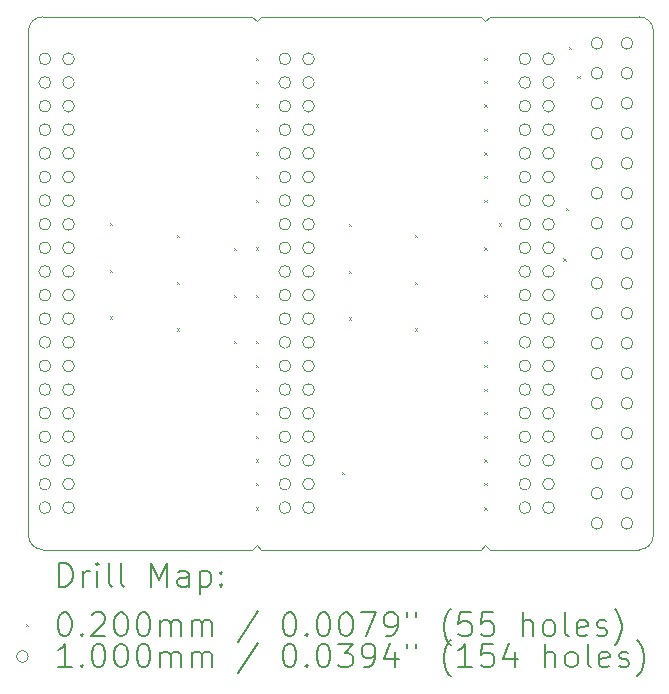
<source format=gbr>
%TF.GenerationSoftware,KiCad,Pcbnew,8.0.6*%
%TF.CreationDate,2024-11-07T15:03:02-05:00*%
%TF.ProjectId,SLI Interconnect PCB,534c4920-496e-4746-9572-636f6e6e6563,1.0*%
%TF.SameCoordinates,Original*%
%TF.FileFunction,Drillmap*%
%TF.FilePolarity,Positive*%
%FSLAX45Y45*%
G04 Gerber Fmt 4.5, Leading zero omitted, Abs format (unit mm)*
G04 Created by KiCad (PCBNEW 8.0.6) date 2024-11-07 15:03:02*
%MOMM*%
%LPD*%
G01*
G04 APERTURE LIST*
%ADD10C,0.020000*%
%ADD11C,0.200000*%
%ADD12C,0.100000*%
G04 APERTURE END LIST*
D10*
X17155000Y-12209000D02*
X17155000Y-7938000D01*
X15694000Y-7818000D02*
X13837000Y-7818000D01*
X11984000Y-7818000D02*
X13759000Y-7818000D01*
X13798000Y-7857000D02*
X13837000Y-7818000D01*
X15733000Y-7857000D02*
X15772000Y-7818000D01*
X13797997Y-12289975D02*
X13836997Y-12328975D01*
X15694000Y-12328975D02*
X13837000Y-12328975D01*
X15772000Y-7818000D02*
X17035000Y-7818000D01*
X11983972Y-12328972D02*
G75*
G02*
X11863991Y-12209000I-4J119976D01*
G01*
X15733000Y-7857000D02*
X15694000Y-7818000D01*
X17154997Y-12209004D02*
G75*
G02*
X17035026Y-12328975I-119970J-2D01*
G01*
X15732997Y-12289975D02*
X15771997Y-12328975D01*
X13798000Y-7857000D02*
X13759001Y-7818001D01*
X11864000Y-7937972D02*
G75*
G02*
X11983972Y-7818000I119970J2D01*
G01*
X17035028Y-7818000D02*
G75*
G02*
X17155000Y-7937972I2J-119970D01*
G01*
X15732997Y-12289975D02*
X15693997Y-12328975D01*
X11983997Y-12328975D02*
X13759000Y-12328975D01*
X11864000Y-12209000D02*
X11864000Y-7938000D01*
X15772000Y-12328975D02*
X17034997Y-12328975D01*
X13797997Y-12289975D02*
X13758997Y-12328975D01*
D11*
D12*
X12551000Y-9562000D02*
X12571000Y-9582000D01*
X12571000Y-9562000D02*
X12551000Y-9582000D01*
X12551000Y-9962000D02*
X12571000Y-9982000D01*
X12571000Y-9962000D02*
X12551000Y-9982000D01*
X12551000Y-10354000D02*
X12571000Y-10374000D01*
X12571000Y-10354000D02*
X12551000Y-10374000D01*
X13119000Y-9663000D02*
X13139000Y-9683000D01*
X13139000Y-9663000D02*
X13119000Y-9683000D01*
X13119000Y-10063000D02*
X13139000Y-10083000D01*
X13139000Y-10063000D02*
X13119000Y-10083000D01*
X13119000Y-10455000D02*
X13139000Y-10475000D01*
X13139000Y-10455000D02*
X13119000Y-10475000D01*
X13603000Y-9772000D02*
X13623000Y-9792000D01*
X13623000Y-9772000D02*
X13603000Y-9792000D01*
X13603000Y-10172000D02*
X13623000Y-10192000D01*
X13623000Y-10172000D02*
X13603000Y-10192000D01*
X13603000Y-10564000D02*
X13623000Y-10584000D01*
X13623000Y-10564000D02*
X13603000Y-10584000D01*
X13788000Y-8164000D02*
X13808000Y-8184000D01*
X13808000Y-8164000D02*
X13788000Y-8184000D01*
X13788000Y-8362000D02*
X13808000Y-8382000D01*
X13808000Y-8362000D02*
X13788000Y-8382000D01*
X13788000Y-8560000D02*
X13808000Y-8580000D01*
X13808000Y-8560000D02*
X13788000Y-8580000D01*
X13788000Y-8765000D02*
X13808000Y-8785000D01*
X13808000Y-8765000D02*
X13788000Y-8785000D01*
X13788000Y-8966000D02*
X13808000Y-8986000D01*
X13808000Y-8966000D02*
X13788000Y-8986000D01*
X13788000Y-9167000D02*
X13808000Y-9187000D01*
X13808000Y-9167000D02*
X13788000Y-9187000D01*
X13788000Y-9365000D02*
X13808000Y-9385000D01*
X13808000Y-9365000D02*
X13788000Y-9385000D01*
X13788000Y-9771000D02*
X13808000Y-9791000D01*
X13808000Y-9771000D02*
X13788000Y-9791000D01*
X13788000Y-10171000D02*
X13808000Y-10191000D01*
X13808000Y-10171000D02*
X13788000Y-10191000D01*
X13788000Y-10563000D02*
X13808000Y-10583000D01*
X13808000Y-10563000D02*
X13788000Y-10583000D01*
X13788000Y-10766000D02*
X13808000Y-10786000D01*
X13808000Y-10766000D02*
X13788000Y-10786000D01*
X13788000Y-10967000D02*
X13808000Y-10987000D01*
X13808000Y-10967000D02*
X13788000Y-10987000D01*
X13788000Y-11163000D02*
X13808000Y-11183000D01*
X13808000Y-11163000D02*
X13788000Y-11183000D01*
X13788000Y-11368000D02*
X13808000Y-11388000D01*
X13808000Y-11368000D02*
X13788000Y-11388000D01*
X13788000Y-11566000D02*
X13808000Y-11586000D01*
X13808000Y-11566000D02*
X13788000Y-11586000D01*
X13788000Y-11763000D02*
X13808000Y-11783000D01*
X13808000Y-11763000D02*
X13788000Y-11783000D01*
X13788000Y-11970000D02*
X13808000Y-11990000D01*
X13808000Y-11970000D02*
X13788000Y-11990000D01*
X14517000Y-11670500D02*
X14537000Y-11690500D01*
X14537000Y-11670500D02*
X14517000Y-11690500D01*
X14578000Y-9569000D02*
X14598000Y-9589000D01*
X14598000Y-9569000D02*
X14578000Y-9589000D01*
X14578000Y-9969000D02*
X14598000Y-9989000D01*
X14598000Y-9969000D02*
X14578000Y-9989000D01*
X14578000Y-10361000D02*
X14598000Y-10381000D01*
X14598000Y-10361000D02*
X14578000Y-10381000D01*
X15136000Y-9664000D02*
X15156000Y-9684000D01*
X15156000Y-9664000D02*
X15136000Y-9684000D01*
X15136000Y-10064000D02*
X15156000Y-10084000D01*
X15156000Y-10064000D02*
X15136000Y-10084000D01*
X15136000Y-10456000D02*
X15156000Y-10476000D01*
X15156000Y-10456000D02*
X15136000Y-10476000D01*
X15723000Y-8164000D02*
X15743000Y-8184000D01*
X15743000Y-8164000D02*
X15723000Y-8184000D01*
X15723000Y-8362000D02*
X15743000Y-8382000D01*
X15743000Y-8362000D02*
X15723000Y-8382000D01*
X15723000Y-8560000D02*
X15743000Y-8580000D01*
X15743000Y-8560000D02*
X15723000Y-8580000D01*
X15723000Y-8765000D02*
X15743000Y-8785000D01*
X15743000Y-8765000D02*
X15723000Y-8785000D01*
X15723000Y-8966000D02*
X15743000Y-8986000D01*
X15743000Y-8966000D02*
X15723000Y-8986000D01*
X15723000Y-9167000D02*
X15743000Y-9187000D01*
X15743000Y-9167000D02*
X15723000Y-9187000D01*
X15723000Y-9365000D02*
X15743000Y-9385000D01*
X15743000Y-9365000D02*
X15723000Y-9385000D01*
X15723000Y-9771000D02*
X15743000Y-9791000D01*
X15743000Y-9771000D02*
X15723000Y-9791000D01*
X15723000Y-10171000D02*
X15743000Y-10191000D01*
X15743000Y-10171000D02*
X15723000Y-10191000D01*
X15723000Y-10563000D02*
X15743000Y-10583000D01*
X15743000Y-10563000D02*
X15723000Y-10583000D01*
X15723000Y-10766000D02*
X15743000Y-10786000D01*
X15743000Y-10766000D02*
X15723000Y-10786000D01*
X15723000Y-10967000D02*
X15743000Y-10987000D01*
X15743000Y-10967000D02*
X15723000Y-10987000D01*
X15723000Y-11163000D02*
X15743000Y-11183000D01*
X15743000Y-11163000D02*
X15723000Y-11183000D01*
X15723000Y-11368000D02*
X15743000Y-11388000D01*
X15743000Y-11368000D02*
X15723000Y-11388000D01*
X15723000Y-11566000D02*
X15743000Y-11586000D01*
X15743000Y-11566000D02*
X15723000Y-11586000D01*
X15723000Y-11763000D02*
X15743000Y-11783000D01*
X15743000Y-11763000D02*
X15723000Y-11783000D01*
X15723000Y-11970000D02*
X15743000Y-11990000D01*
X15743000Y-11970000D02*
X15723000Y-11990000D01*
X15849000Y-9565000D02*
X15869000Y-9585000D01*
X15869000Y-9565000D02*
X15849000Y-9585000D01*
X16391000Y-9863000D02*
X16411000Y-9883000D01*
X16411000Y-9863000D02*
X16391000Y-9883000D01*
X16415000Y-9435000D02*
X16435000Y-9455000D01*
X16435000Y-9435000D02*
X16415000Y-9455000D01*
X16440000Y-8071000D02*
X16460000Y-8091000D01*
X16460000Y-8071000D02*
X16440000Y-8091000D01*
X16511000Y-8319000D02*
X16531000Y-8339000D01*
X16531000Y-8319000D02*
X16511000Y-8339000D01*
X12053000Y-8174000D02*
G75*
G02*
X11953000Y-8174000I-50000J0D01*
G01*
X11953000Y-8174000D02*
G75*
G02*
X12053000Y-8174000I50000J0D01*
G01*
X12053000Y-8374000D02*
G75*
G02*
X11953000Y-8374000I-50000J0D01*
G01*
X11953000Y-8374000D02*
G75*
G02*
X12053000Y-8374000I50000J0D01*
G01*
X12053000Y-8574000D02*
G75*
G02*
X11953000Y-8574000I-50000J0D01*
G01*
X11953000Y-8574000D02*
G75*
G02*
X12053000Y-8574000I50000J0D01*
G01*
X12053000Y-8774000D02*
G75*
G02*
X11953000Y-8774000I-50000J0D01*
G01*
X11953000Y-8774000D02*
G75*
G02*
X12053000Y-8774000I50000J0D01*
G01*
X12053000Y-8974000D02*
G75*
G02*
X11953000Y-8974000I-50000J0D01*
G01*
X11953000Y-8974000D02*
G75*
G02*
X12053000Y-8974000I50000J0D01*
G01*
X12053000Y-9174000D02*
G75*
G02*
X11953000Y-9174000I-50000J0D01*
G01*
X11953000Y-9174000D02*
G75*
G02*
X12053000Y-9174000I50000J0D01*
G01*
X12053000Y-9374000D02*
G75*
G02*
X11953000Y-9374000I-50000J0D01*
G01*
X11953000Y-9374000D02*
G75*
G02*
X12053000Y-9374000I50000J0D01*
G01*
X12053000Y-9574000D02*
G75*
G02*
X11953000Y-9574000I-50000J0D01*
G01*
X11953000Y-9574000D02*
G75*
G02*
X12053000Y-9574000I50000J0D01*
G01*
X12053000Y-9774000D02*
G75*
G02*
X11953000Y-9774000I-50000J0D01*
G01*
X11953000Y-9774000D02*
G75*
G02*
X12053000Y-9774000I50000J0D01*
G01*
X12053000Y-9974000D02*
G75*
G02*
X11953000Y-9974000I-50000J0D01*
G01*
X11953000Y-9974000D02*
G75*
G02*
X12053000Y-9974000I50000J0D01*
G01*
X12053000Y-10174000D02*
G75*
G02*
X11953000Y-10174000I-50000J0D01*
G01*
X11953000Y-10174000D02*
G75*
G02*
X12053000Y-10174000I50000J0D01*
G01*
X12053000Y-10374000D02*
G75*
G02*
X11953000Y-10374000I-50000J0D01*
G01*
X11953000Y-10374000D02*
G75*
G02*
X12053000Y-10374000I50000J0D01*
G01*
X12053000Y-10574000D02*
G75*
G02*
X11953000Y-10574000I-50000J0D01*
G01*
X11953000Y-10574000D02*
G75*
G02*
X12053000Y-10574000I50000J0D01*
G01*
X12053000Y-10774000D02*
G75*
G02*
X11953000Y-10774000I-50000J0D01*
G01*
X11953000Y-10774000D02*
G75*
G02*
X12053000Y-10774000I50000J0D01*
G01*
X12053000Y-10974000D02*
G75*
G02*
X11953000Y-10974000I-50000J0D01*
G01*
X11953000Y-10974000D02*
G75*
G02*
X12053000Y-10974000I50000J0D01*
G01*
X12053000Y-11174000D02*
G75*
G02*
X11953000Y-11174000I-50000J0D01*
G01*
X11953000Y-11174000D02*
G75*
G02*
X12053000Y-11174000I50000J0D01*
G01*
X12053000Y-11374000D02*
G75*
G02*
X11953000Y-11374000I-50000J0D01*
G01*
X11953000Y-11374000D02*
G75*
G02*
X12053000Y-11374000I50000J0D01*
G01*
X12053000Y-11574000D02*
G75*
G02*
X11953000Y-11574000I-50000J0D01*
G01*
X11953000Y-11574000D02*
G75*
G02*
X12053000Y-11574000I50000J0D01*
G01*
X12053000Y-11774000D02*
G75*
G02*
X11953000Y-11774000I-50000J0D01*
G01*
X11953000Y-11774000D02*
G75*
G02*
X12053000Y-11774000I50000J0D01*
G01*
X12053000Y-11974000D02*
G75*
G02*
X11953000Y-11974000I-50000J0D01*
G01*
X11953000Y-11974000D02*
G75*
G02*
X12053000Y-11974000I50000J0D01*
G01*
X12253000Y-8174000D02*
G75*
G02*
X12153000Y-8174000I-50000J0D01*
G01*
X12153000Y-8174000D02*
G75*
G02*
X12253000Y-8174000I50000J0D01*
G01*
X12253000Y-8374000D02*
G75*
G02*
X12153000Y-8374000I-50000J0D01*
G01*
X12153000Y-8374000D02*
G75*
G02*
X12253000Y-8374000I50000J0D01*
G01*
X12253000Y-8574000D02*
G75*
G02*
X12153000Y-8574000I-50000J0D01*
G01*
X12153000Y-8574000D02*
G75*
G02*
X12253000Y-8574000I50000J0D01*
G01*
X12253000Y-8774000D02*
G75*
G02*
X12153000Y-8774000I-50000J0D01*
G01*
X12153000Y-8774000D02*
G75*
G02*
X12253000Y-8774000I50000J0D01*
G01*
X12253000Y-8974000D02*
G75*
G02*
X12153000Y-8974000I-50000J0D01*
G01*
X12153000Y-8974000D02*
G75*
G02*
X12253000Y-8974000I50000J0D01*
G01*
X12253000Y-9174000D02*
G75*
G02*
X12153000Y-9174000I-50000J0D01*
G01*
X12153000Y-9174000D02*
G75*
G02*
X12253000Y-9174000I50000J0D01*
G01*
X12253000Y-9374000D02*
G75*
G02*
X12153000Y-9374000I-50000J0D01*
G01*
X12153000Y-9374000D02*
G75*
G02*
X12253000Y-9374000I50000J0D01*
G01*
X12253000Y-9574000D02*
G75*
G02*
X12153000Y-9574000I-50000J0D01*
G01*
X12153000Y-9574000D02*
G75*
G02*
X12253000Y-9574000I50000J0D01*
G01*
X12253000Y-9774000D02*
G75*
G02*
X12153000Y-9774000I-50000J0D01*
G01*
X12153000Y-9774000D02*
G75*
G02*
X12253000Y-9774000I50000J0D01*
G01*
X12253000Y-9974000D02*
G75*
G02*
X12153000Y-9974000I-50000J0D01*
G01*
X12153000Y-9974000D02*
G75*
G02*
X12253000Y-9974000I50000J0D01*
G01*
X12253000Y-10174000D02*
G75*
G02*
X12153000Y-10174000I-50000J0D01*
G01*
X12153000Y-10174000D02*
G75*
G02*
X12253000Y-10174000I50000J0D01*
G01*
X12253000Y-10374000D02*
G75*
G02*
X12153000Y-10374000I-50000J0D01*
G01*
X12153000Y-10374000D02*
G75*
G02*
X12253000Y-10374000I50000J0D01*
G01*
X12253000Y-10574000D02*
G75*
G02*
X12153000Y-10574000I-50000J0D01*
G01*
X12153000Y-10574000D02*
G75*
G02*
X12253000Y-10574000I50000J0D01*
G01*
X12253000Y-10774000D02*
G75*
G02*
X12153000Y-10774000I-50000J0D01*
G01*
X12153000Y-10774000D02*
G75*
G02*
X12253000Y-10774000I50000J0D01*
G01*
X12253000Y-10974000D02*
G75*
G02*
X12153000Y-10974000I-50000J0D01*
G01*
X12153000Y-10974000D02*
G75*
G02*
X12253000Y-10974000I50000J0D01*
G01*
X12253000Y-11174000D02*
G75*
G02*
X12153000Y-11174000I-50000J0D01*
G01*
X12153000Y-11174000D02*
G75*
G02*
X12253000Y-11174000I50000J0D01*
G01*
X12253000Y-11374000D02*
G75*
G02*
X12153000Y-11374000I-50000J0D01*
G01*
X12153000Y-11374000D02*
G75*
G02*
X12253000Y-11374000I50000J0D01*
G01*
X12253000Y-11574000D02*
G75*
G02*
X12153000Y-11574000I-50000J0D01*
G01*
X12153000Y-11574000D02*
G75*
G02*
X12253000Y-11574000I50000J0D01*
G01*
X12253000Y-11774000D02*
G75*
G02*
X12153000Y-11774000I-50000J0D01*
G01*
X12153000Y-11774000D02*
G75*
G02*
X12253000Y-11774000I50000J0D01*
G01*
X12253000Y-11974000D02*
G75*
G02*
X12153000Y-11974000I-50000J0D01*
G01*
X12153000Y-11974000D02*
G75*
G02*
X12253000Y-11974000I50000J0D01*
G01*
X14085000Y-8174000D02*
G75*
G02*
X13985000Y-8174000I-50000J0D01*
G01*
X13985000Y-8174000D02*
G75*
G02*
X14085000Y-8174000I50000J0D01*
G01*
X14085000Y-8374000D02*
G75*
G02*
X13985000Y-8374000I-50000J0D01*
G01*
X13985000Y-8374000D02*
G75*
G02*
X14085000Y-8374000I50000J0D01*
G01*
X14085000Y-8574000D02*
G75*
G02*
X13985000Y-8574000I-50000J0D01*
G01*
X13985000Y-8574000D02*
G75*
G02*
X14085000Y-8574000I50000J0D01*
G01*
X14085000Y-8774000D02*
G75*
G02*
X13985000Y-8774000I-50000J0D01*
G01*
X13985000Y-8774000D02*
G75*
G02*
X14085000Y-8774000I50000J0D01*
G01*
X14085000Y-8974000D02*
G75*
G02*
X13985000Y-8974000I-50000J0D01*
G01*
X13985000Y-8974000D02*
G75*
G02*
X14085000Y-8974000I50000J0D01*
G01*
X14085000Y-9174000D02*
G75*
G02*
X13985000Y-9174000I-50000J0D01*
G01*
X13985000Y-9174000D02*
G75*
G02*
X14085000Y-9174000I50000J0D01*
G01*
X14085000Y-9374000D02*
G75*
G02*
X13985000Y-9374000I-50000J0D01*
G01*
X13985000Y-9374000D02*
G75*
G02*
X14085000Y-9374000I50000J0D01*
G01*
X14085000Y-9574000D02*
G75*
G02*
X13985000Y-9574000I-50000J0D01*
G01*
X13985000Y-9574000D02*
G75*
G02*
X14085000Y-9574000I50000J0D01*
G01*
X14085000Y-9774000D02*
G75*
G02*
X13985000Y-9774000I-50000J0D01*
G01*
X13985000Y-9774000D02*
G75*
G02*
X14085000Y-9774000I50000J0D01*
G01*
X14085000Y-9974000D02*
G75*
G02*
X13985000Y-9974000I-50000J0D01*
G01*
X13985000Y-9974000D02*
G75*
G02*
X14085000Y-9974000I50000J0D01*
G01*
X14085000Y-10174000D02*
G75*
G02*
X13985000Y-10174000I-50000J0D01*
G01*
X13985000Y-10174000D02*
G75*
G02*
X14085000Y-10174000I50000J0D01*
G01*
X14085000Y-10374000D02*
G75*
G02*
X13985000Y-10374000I-50000J0D01*
G01*
X13985000Y-10374000D02*
G75*
G02*
X14085000Y-10374000I50000J0D01*
G01*
X14085000Y-10574000D02*
G75*
G02*
X13985000Y-10574000I-50000J0D01*
G01*
X13985000Y-10574000D02*
G75*
G02*
X14085000Y-10574000I50000J0D01*
G01*
X14085000Y-10774000D02*
G75*
G02*
X13985000Y-10774000I-50000J0D01*
G01*
X13985000Y-10774000D02*
G75*
G02*
X14085000Y-10774000I50000J0D01*
G01*
X14085000Y-10974000D02*
G75*
G02*
X13985000Y-10974000I-50000J0D01*
G01*
X13985000Y-10974000D02*
G75*
G02*
X14085000Y-10974000I50000J0D01*
G01*
X14085000Y-11174000D02*
G75*
G02*
X13985000Y-11174000I-50000J0D01*
G01*
X13985000Y-11174000D02*
G75*
G02*
X14085000Y-11174000I50000J0D01*
G01*
X14085000Y-11374000D02*
G75*
G02*
X13985000Y-11374000I-50000J0D01*
G01*
X13985000Y-11374000D02*
G75*
G02*
X14085000Y-11374000I50000J0D01*
G01*
X14085000Y-11574000D02*
G75*
G02*
X13985000Y-11574000I-50000J0D01*
G01*
X13985000Y-11574000D02*
G75*
G02*
X14085000Y-11574000I50000J0D01*
G01*
X14085000Y-11774000D02*
G75*
G02*
X13985000Y-11774000I-50000J0D01*
G01*
X13985000Y-11774000D02*
G75*
G02*
X14085000Y-11774000I50000J0D01*
G01*
X14085000Y-11974000D02*
G75*
G02*
X13985000Y-11974000I-50000J0D01*
G01*
X13985000Y-11974000D02*
G75*
G02*
X14085000Y-11974000I50000J0D01*
G01*
X14285000Y-8174000D02*
G75*
G02*
X14185000Y-8174000I-50000J0D01*
G01*
X14185000Y-8174000D02*
G75*
G02*
X14285000Y-8174000I50000J0D01*
G01*
X14285000Y-8374000D02*
G75*
G02*
X14185000Y-8374000I-50000J0D01*
G01*
X14185000Y-8374000D02*
G75*
G02*
X14285000Y-8374000I50000J0D01*
G01*
X14285000Y-8574000D02*
G75*
G02*
X14185000Y-8574000I-50000J0D01*
G01*
X14185000Y-8574000D02*
G75*
G02*
X14285000Y-8574000I50000J0D01*
G01*
X14285000Y-8774000D02*
G75*
G02*
X14185000Y-8774000I-50000J0D01*
G01*
X14185000Y-8774000D02*
G75*
G02*
X14285000Y-8774000I50000J0D01*
G01*
X14285000Y-8974000D02*
G75*
G02*
X14185000Y-8974000I-50000J0D01*
G01*
X14185000Y-8974000D02*
G75*
G02*
X14285000Y-8974000I50000J0D01*
G01*
X14285000Y-9174000D02*
G75*
G02*
X14185000Y-9174000I-50000J0D01*
G01*
X14185000Y-9174000D02*
G75*
G02*
X14285000Y-9174000I50000J0D01*
G01*
X14285000Y-9374000D02*
G75*
G02*
X14185000Y-9374000I-50000J0D01*
G01*
X14185000Y-9374000D02*
G75*
G02*
X14285000Y-9374000I50000J0D01*
G01*
X14285000Y-9574000D02*
G75*
G02*
X14185000Y-9574000I-50000J0D01*
G01*
X14185000Y-9574000D02*
G75*
G02*
X14285000Y-9574000I50000J0D01*
G01*
X14285000Y-9774000D02*
G75*
G02*
X14185000Y-9774000I-50000J0D01*
G01*
X14185000Y-9774000D02*
G75*
G02*
X14285000Y-9774000I50000J0D01*
G01*
X14285000Y-9974000D02*
G75*
G02*
X14185000Y-9974000I-50000J0D01*
G01*
X14185000Y-9974000D02*
G75*
G02*
X14285000Y-9974000I50000J0D01*
G01*
X14285000Y-10174000D02*
G75*
G02*
X14185000Y-10174000I-50000J0D01*
G01*
X14185000Y-10174000D02*
G75*
G02*
X14285000Y-10174000I50000J0D01*
G01*
X14285000Y-10374000D02*
G75*
G02*
X14185000Y-10374000I-50000J0D01*
G01*
X14185000Y-10374000D02*
G75*
G02*
X14285000Y-10374000I50000J0D01*
G01*
X14285000Y-10574000D02*
G75*
G02*
X14185000Y-10574000I-50000J0D01*
G01*
X14185000Y-10574000D02*
G75*
G02*
X14285000Y-10574000I50000J0D01*
G01*
X14285000Y-10774000D02*
G75*
G02*
X14185000Y-10774000I-50000J0D01*
G01*
X14185000Y-10774000D02*
G75*
G02*
X14285000Y-10774000I50000J0D01*
G01*
X14285000Y-10974000D02*
G75*
G02*
X14185000Y-10974000I-50000J0D01*
G01*
X14185000Y-10974000D02*
G75*
G02*
X14285000Y-10974000I50000J0D01*
G01*
X14285000Y-11174000D02*
G75*
G02*
X14185000Y-11174000I-50000J0D01*
G01*
X14185000Y-11174000D02*
G75*
G02*
X14285000Y-11174000I50000J0D01*
G01*
X14285000Y-11374000D02*
G75*
G02*
X14185000Y-11374000I-50000J0D01*
G01*
X14185000Y-11374000D02*
G75*
G02*
X14285000Y-11374000I50000J0D01*
G01*
X14285000Y-11574000D02*
G75*
G02*
X14185000Y-11574000I-50000J0D01*
G01*
X14185000Y-11574000D02*
G75*
G02*
X14285000Y-11574000I50000J0D01*
G01*
X14285000Y-11774000D02*
G75*
G02*
X14185000Y-11774000I-50000J0D01*
G01*
X14185000Y-11774000D02*
G75*
G02*
X14285000Y-11774000I50000J0D01*
G01*
X14285000Y-11974000D02*
G75*
G02*
X14185000Y-11974000I-50000J0D01*
G01*
X14185000Y-11974000D02*
G75*
G02*
X14285000Y-11974000I50000J0D01*
G01*
X16117000Y-8174000D02*
G75*
G02*
X16017000Y-8174000I-50000J0D01*
G01*
X16017000Y-8174000D02*
G75*
G02*
X16117000Y-8174000I50000J0D01*
G01*
X16117000Y-8374000D02*
G75*
G02*
X16017000Y-8374000I-50000J0D01*
G01*
X16017000Y-8374000D02*
G75*
G02*
X16117000Y-8374000I50000J0D01*
G01*
X16117000Y-8574000D02*
G75*
G02*
X16017000Y-8574000I-50000J0D01*
G01*
X16017000Y-8574000D02*
G75*
G02*
X16117000Y-8574000I50000J0D01*
G01*
X16117000Y-8774000D02*
G75*
G02*
X16017000Y-8774000I-50000J0D01*
G01*
X16017000Y-8774000D02*
G75*
G02*
X16117000Y-8774000I50000J0D01*
G01*
X16117000Y-8974000D02*
G75*
G02*
X16017000Y-8974000I-50000J0D01*
G01*
X16017000Y-8974000D02*
G75*
G02*
X16117000Y-8974000I50000J0D01*
G01*
X16117000Y-9174000D02*
G75*
G02*
X16017000Y-9174000I-50000J0D01*
G01*
X16017000Y-9174000D02*
G75*
G02*
X16117000Y-9174000I50000J0D01*
G01*
X16117000Y-9374000D02*
G75*
G02*
X16017000Y-9374000I-50000J0D01*
G01*
X16017000Y-9374000D02*
G75*
G02*
X16117000Y-9374000I50000J0D01*
G01*
X16117000Y-9574000D02*
G75*
G02*
X16017000Y-9574000I-50000J0D01*
G01*
X16017000Y-9574000D02*
G75*
G02*
X16117000Y-9574000I50000J0D01*
G01*
X16117000Y-9774000D02*
G75*
G02*
X16017000Y-9774000I-50000J0D01*
G01*
X16017000Y-9774000D02*
G75*
G02*
X16117000Y-9774000I50000J0D01*
G01*
X16117000Y-9974000D02*
G75*
G02*
X16017000Y-9974000I-50000J0D01*
G01*
X16017000Y-9974000D02*
G75*
G02*
X16117000Y-9974000I50000J0D01*
G01*
X16117000Y-10174000D02*
G75*
G02*
X16017000Y-10174000I-50000J0D01*
G01*
X16017000Y-10174000D02*
G75*
G02*
X16117000Y-10174000I50000J0D01*
G01*
X16117000Y-10374000D02*
G75*
G02*
X16017000Y-10374000I-50000J0D01*
G01*
X16017000Y-10374000D02*
G75*
G02*
X16117000Y-10374000I50000J0D01*
G01*
X16117000Y-10574000D02*
G75*
G02*
X16017000Y-10574000I-50000J0D01*
G01*
X16017000Y-10574000D02*
G75*
G02*
X16117000Y-10574000I50000J0D01*
G01*
X16117000Y-10774000D02*
G75*
G02*
X16017000Y-10774000I-50000J0D01*
G01*
X16017000Y-10774000D02*
G75*
G02*
X16117000Y-10774000I50000J0D01*
G01*
X16117000Y-10974000D02*
G75*
G02*
X16017000Y-10974000I-50000J0D01*
G01*
X16017000Y-10974000D02*
G75*
G02*
X16117000Y-10974000I50000J0D01*
G01*
X16117000Y-11174000D02*
G75*
G02*
X16017000Y-11174000I-50000J0D01*
G01*
X16017000Y-11174000D02*
G75*
G02*
X16117000Y-11174000I50000J0D01*
G01*
X16117000Y-11374000D02*
G75*
G02*
X16017000Y-11374000I-50000J0D01*
G01*
X16017000Y-11374000D02*
G75*
G02*
X16117000Y-11374000I50000J0D01*
G01*
X16117000Y-11574000D02*
G75*
G02*
X16017000Y-11574000I-50000J0D01*
G01*
X16017000Y-11574000D02*
G75*
G02*
X16117000Y-11574000I50000J0D01*
G01*
X16117000Y-11774000D02*
G75*
G02*
X16017000Y-11774000I-50000J0D01*
G01*
X16017000Y-11774000D02*
G75*
G02*
X16117000Y-11774000I50000J0D01*
G01*
X16117000Y-11974000D02*
G75*
G02*
X16017000Y-11974000I-50000J0D01*
G01*
X16017000Y-11974000D02*
G75*
G02*
X16117000Y-11974000I50000J0D01*
G01*
X16317000Y-8174000D02*
G75*
G02*
X16217000Y-8174000I-50000J0D01*
G01*
X16217000Y-8174000D02*
G75*
G02*
X16317000Y-8174000I50000J0D01*
G01*
X16317000Y-8374000D02*
G75*
G02*
X16217000Y-8374000I-50000J0D01*
G01*
X16217000Y-8374000D02*
G75*
G02*
X16317000Y-8374000I50000J0D01*
G01*
X16317000Y-8574000D02*
G75*
G02*
X16217000Y-8574000I-50000J0D01*
G01*
X16217000Y-8574000D02*
G75*
G02*
X16317000Y-8574000I50000J0D01*
G01*
X16317000Y-8774000D02*
G75*
G02*
X16217000Y-8774000I-50000J0D01*
G01*
X16217000Y-8774000D02*
G75*
G02*
X16317000Y-8774000I50000J0D01*
G01*
X16317000Y-8974000D02*
G75*
G02*
X16217000Y-8974000I-50000J0D01*
G01*
X16217000Y-8974000D02*
G75*
G02*
X16317000Y-8974000I50000J0D01*
G01*
X16317000Y-9174000D02*
G75*
G02*
X16217000Y-9174000I-50000J0D01*
G01*
X16217000Y-9174000D02*
G75*
G02*
X16317000Y-9174000I50000J0D01*
G01*
X16317000Y-9374000D02*
G75*
G02*
X16217000Y-9374000I-50000J0D01*
G01*
X16217000Y-9374000D02*
G75*
G02*
X16317000Y-9374000I50000J0D01*
G01*
X16317000Y-9574000D02*
G75*
G02*
X16217000Y-9574000I-50000J0D01*
G01*
X16217000Y-9574000D02*
G75*
G02*
X16317000Y-9574000I50000J0D01*
G01*
X16317000Y-9774000D02*
G75*
G02*
X16217000Y-9774000I-50000J0D01*
G01*
X16217000Y-9774000D02*
G75*
G02*
X16317000Y-9774000I50000J0D01*
G01*
X16317000Y-9974000D02*
G75*
G02*
X16217000Y-9974000I-50000J0D01*
G01*
X16217000Y-9974000D02*
G75*
G02*
X16317000Y-9974000I50000J0D01*
G01*
X16317000Y-10174000D02*
G75*
G02*
X16217000Y-10174000I-50000J0D01*
G01*
X16217000Y-10174000D02*
G75*
G02*
X16317000Y-10174000I50000J0D01*
G01*
X16317000Y-10374000D02*
G75*
G02*
X16217000Y-10374000I-50000J0D01*
G01*
X16217000Y-10374000D02*
G75*
G02*
X16317000Y-10374000I50000J0D01*
G01*
X16317000Y-10574000D02*
G75*
G02*
X16217000Y-10574000I-50000J0D01*
G01*
X16217000Y-10574000D02*
G75*
G02*
X16317000Y-10574000I50000J0D01*
G01*
X16317000Y-10774000D02*
G75*
G02*
X16217000Y-10774000I-50000J0D01*
G01*
X16217000Y-10774000D02*
G75*
G02*
X16317000Y-10774000I50000J0D01*
G01*
X16317000Y-10974000D02*
G75*
G02*
X16217000Y-10974000I-50000J0D01*
G01*
X16217000Y-10974000D02*
G75*
G02*
X16317000Y-10974000I50000J0D01*
G01*
X16317000Y-11174000D02*
G75*
G02*
X16217000Y-11174000I-50000J0D01*
G01*
X16217000Y-11174000D02*
G75*
G02*
X16317000Y-11174000I50000J0D01*
G01*
X16317000Y-11374000D02*
G75*
G02*
X16217000Y-11374000I-50000J0D01*
G01*
X16217000Y-11374000D02*
G75*
G02*
X16317000Y-11374000I50000J0D01*
G01*
X16317000Y-11574000D02*
G75*
G02*
X16217000Y-11574000I-50000J0D01*
G01*
X16217000Y-11574000D02*
G75*
G02*
X16317000Y-11574000I50000J0D01*
G01*
X16317000Y-11774000D02*
G75*
G02*
X16217000Y-11774000I-50000J0D01*
G01*
X16217000Y-11774000D02*
G75*
G02*
X16317000Y-11774000I50000J0D01*
G01*
X16317000Y-11974000D02*
G75*
G02*
X16217000Y-11974000I-50000J0D01*
G01*
X16217000Y-11974000D02*
G75*
G02*
X16317000Y-11974000I50000J0D01*
G01*
X16727000Y-8042000D02*
G75*
G02*
X16627000Y-8042000I-50000J0D01*
G01*
X16627000Y-8042000D02*
G75*
G02*
X16727000Y-8042000I50000J0D01*
G01*
X16727000Y-8296000D02*
G75*
G02*
X16627000Y-8296000I-50000J0D01*
G01*
X16627000Y-8296000D02*
G75*
G02*
X16727000Y-8296000I50000J0D01*
G01*
X16727000Y-8550000D02*
G75*
G02*
X16627000Y-8550000I-50000J0D01*
G01*
X16627000Y-8550000D02*
G75*
G02*
X16727000Y-8550000I50000J0D01*
G01*
X16727000Y-8804000D02*
G75*
G02*
X16627000Y-8804000I-50000J0D01*
G01*
X16627000Y-8804000D02*
G75*
G02*
X16727000Y-8804000I50000J0D01*
G01*
X16727000Y-9058000D02*
G75*
G02*
X16627000Y-9058000I-50000J0D01*
G01*
X16627000Y-9058000D02*
G75*
G02*
X16727000Y-9058000I50000J0D01*
G01*
X16727000Y-9312000D02*
G75*
G02*
X16627000Y-9312000I-50000J0D01*
G01*
X16627000Y-9312000D02*
G75*
G02*
X16727000Y-9312000I50000J0D01*
G01*
X16727000Y-9566000D02*
G75*
G02*
X16627000Y-9566000I-50000J0D01*
G01*
X16627000Y-9566000D02*
G75*
G02*
X16727000Y-9566000I50000J0D01*
G01*
X16727000Y-9820000D02*
G75*
G02*
X16627000Y-9820000I-50000J0D01*
G01*
X16627000Y-9820000D02*
G75*
G02*
X16727000Y-9820000I50000J0D01*
G01*
X16727000Y-10074000D02*
G75*
G02*
X16627000Y-10074000I-50000J0D01*
G01*
X16627000Y-10074000D02*
G75*
G02*
X16727000Y-10074000I50000J0D01*
G01*
X16727000Y-10328000D02*
G75*
G02*
X16627000Y-10328000I-50000J0D01*
G01*
X16627000Y-10328000D02*
G75*
G02*
X16727000Y-10328000I50000J0D01*
G01*
X16727000Y-10582000D02*
G75*
G02*
X16627000Y-10582000I-50000J0D01*
G01*
X16627000Y-10582000D02*
G75*
G02*
X16727000Y-10582000I50000J0D01*
G01*
X16727000Y-10836000D02*
G75*
G02*
X16627000Y-10836000I-50000J0D01*
G01*
X16627000Y-10836000D02*
G75*
G02*
X16727000Y-10836000I50000J0D01*
G01*
X16727000Y-11090000D02*
G75*
G02*
X16627000Y-11090000I-50000J0D01*
G01*
X16627000Y-11090000D02*
G75*
G02*
X16727000Y-11090000I50000J0D01*
G01*
X16727000Y-11344000D02*
G75*
G02*
X16627000Y-11344000I-50000J0D01*
G01*
X16627000Y-11344000D02*
G75*
G02*
X16727000Y-11344000I50000J0D01*
G01*
X16727000Y-11598000D02*
G75*
G02*
X16627000Y-11598000I-50000J0D01*
G01*
X16627000Y-11598000D02*
G75*
G02*
X16727000Y-11598000I50000J0D01*
G01*
X16727000Y-11852000D02*
G75*
G02*
X16627000Y-11852000I-50000J0D01*
G01*
X16627000Y-11852000D02*
G75*
G02*
X16727000Y-11852000I50000J0D01*
G01*
X16727000Y-12106000D02*
G75*
G02*
X16627000Y-12106000I-50000J0D01*
G01*
X16627000Y-12106000D02*
G75*
G02*
X16727000Y-12106000I50000J0D01*
G01*
X16981000Y-8042000D02*
G75*
G02*
X16881000Y-8042000I-50000J0D01*
G01*
X16881000Y-8042000D02*
G75*
G02*
X16981000Y-8042000I50000J0D01*
G01*
X16981000Y-8296000D02*
G75*
G02*
X16881000Y-8296000I-50000J0D01*
G01*
X16881000Y-8296000D02*
G75*
G02*
X16981000Y-8296000I50000J0D01*
G01*
X16981000Y-8550000D02*
G75*
G02*
X16881000Y-8550000I-50000J0D01*
G01*
X16881000Y-8550000D02*
G75*
G02*
X16981000Y-8550000I50000J0D01*
G01*
X16981000Y-8804000D02*
G75*
G02*
X16881000Y-8804000I-50000J0D01*
G01*
X16881000Y-8804000D02*
G75*
G02*
X16981000Y-8804000I50000J0D01*
G01*
X16981000Y-9058000D02*
G75*
G02*
X16881000Y-9058000I-50000J0D01*
G01*
X16881000Y-9058000D02*
G75*
G02*
X16981000Y-9058000I50000J0D01*
G01*
X16981000Y-9312000D02*
G75*
G02*
X16881000Y-9312000I-50000J0D01*
G01*
X16881000Y-9312000D02*
G75*
G02*
X16981000Y-9312000I50000J0D01*
G01*
X16981000Y-9566000D02*
G75*
G02*
X16881000Y-9566000I-50000J0D01*
G01*
X16881000Y-9566000D02*
G75*
G02*
X16981000Y-9566000I50000J0D01*
G01*
X16981000Y-9820000D02*
G75*
G02*
X16881000Y-9820000I-50000J0D01*
G01*
X16881000Y-9820000D02*
G75*
G02*
X16981000Y-9820000I50000J0D01*
G01*
X16981000Y-10074000D02*
G75*
G02*
X16881000Y-10074000I-50000J0D01*
G01*
X16881000Y-10074000D02*
G75*
G02*
X16981000Y-10074000I50000J0D01*
G01*
X16981000Y-10328000D02*
G75*
G02*
X16881000Y-10328000I-50000J0D01*
G01*
X16881000Y-10328000D02*
G75*
G02*
X16981000Y-10328000I50000J0D01*
G01*
X16981000Y-10582000D02*
G75*
G02*
X16881000Y-10582000I-50000J0D01*
G01*
X16881000Y-10582000D02*
G75*
G02*
X16981000Y-10582000I50000J0D01*
G01*
X16981000Y-10836000D02*
G75*
G02*
X16881000Y-10836000I-50000J0D01*
G01*
X16881000Y-10836000D02*
G75*
G02*
X16981000Y-10836000I50000J0D01*
G01*
X16981000Y-11090000D02*
G75*
G02*
X16881000Y-11090000I-50000J0D01*
G01*
X16881000Y-11090000D02*
G75*
G02*
X16981000Y-11090000I50000J0D01*
G01*
X16981000Y-11344000D02*
G75*
G02*
X16881000Y-11344000I-50000J0D01*
G01*
X16881000Y-11344000D02*
G75*
G02*
X16981000Y-11344000I50000J0D01*
G01*
X16981000Y-11598000D02*
G75*
G02*
X16881000Y-11598000I-50000J0D01*
G01*
X16881000Y-11598000D02*
G75*
G02*
X16981000Y-11598000I50000J0D01*
G01*
X16981000Y-11852000D02*
G75*
G02*
X16881000Y-11852000I-50000J0D01*
G01*
X16881000Y-11852000D02*
G75*
G02*
X16981000Y-11852000I50000J0D01*
G01*
X16981000Y-12106000D02*
G75*
G02*
X16881000Y-12106000I-50000J0D01*
G01*
X16881000Y-12106000D02*
G75*
G02*
X16981000Y-12106000I50000J0D01*
G01*
D11*
X12123777Y-12641459D02*
X12123777Y-12441459D01*
X12123777Y-12441459D02*
X12171396Y-12441459D01*
X12171396Y-12441459D02*
X12199967Y-12450983D01*
X12199967Y-12450983D02*
X12219015Y-12470030D01*
X12219015Y-12470030D02*
X12228539Y-12489078D01*
X12228539Y-12489078D02*
X12238062Y-12527173D01*
X12238062Y-12527173D02*
X12238062Y-12555745D01*
X12238062Y-12555745D02*
X12228539Y-12593840D01*
X12228539Y-12593840D02*
X12219015Y-12612888D01*
X12219015Y-12612888D02*
X12199967Y-12631935D01*
X12199967Y-12631935D02*
X12171396Y-12641459D01*
X12171396Y-12641459D02*
X12123777Y-12641459D01*
X12323777Y-12641459D02*
X12323777Y-12508126D01*
X12323777Y-12546221D02*
X12333301Y-12527173D01*
X12333301Y-12527173D02*
X12342824Y-12517649D01*
X12342824Y-12517649D02*
X12361872Y-12508126D01*
X12361872Y-12508126D02*
X12380920Y-12508126D01*
X12447586Y-12641459D02*
X12447586Y-12508126D01*
X12447586Y-12441459D02*
X12438062Y-12450983D01*
X12438062Y-12450983D02*
X12447586Y-12460507D01*
X12447586Y-12460507D02*
X12457110Y-12450983D01*
X12457110Y-12450983D02*
X12447586Y-12441459D01*
X12447586Y-12441459D02*
X12447586Y-12460507D01*
X12571396Y-12641459D02*
X12552348Y-12631935D01*
X12552348Y-12631935D02*
X12542824Y-12612888D01*
X12542824Y-12612888D02*
X12542824Y-12441459D01*
X12676158Y-12641459D02*
X12657110Y-12631935D01*
X12657110Y-12631935D02*
X12647586Y-12612888D01*
X12647586Y-12612888D02*
X12647586Y-12441459D01*
X12904729Y-12641459D02*
X12904729Y-12441459D01*
X12904729Y-12441459D02*
X12971396Y-12584316D01*
X12971396Y-12584316D02*
X13038062Y-12441459D01*
X13038062Y-12441459D02*
X13038062Y-12641459D01*
X13219015Y-12641459D02*
X13219015Y-12536697D01*
X13219015Y-12536697D02*
X13209491Y-12517649D01*
X13209491Y-12517649D02*
X13190443Y-12508126D01*
X13190443Y-12508126D02*
X13152348Y-12508126D01*
X13152348Y-12508126D02*
X13133301Y-12517649D01*
X13219015Y-12631935D02*
X13199967Y-12641459D01*
X13199967Y-12641459D02*
X13152348Y-12641459D01*
X13152348Y-12641459D02*
X13133301Y-12631935D01*
X13133301Y-12631935D02*
X13123777Y-12612888D01*
X13123777Y-12612888D02*
X13123777Y-12593840D01*
X13123777Y-12593840D02*
X13133301Y-12574792D01*
X13133301Y-12574792D02*
X13152348Y-12565269D01*
X13152348Y-12565269D02*
X13199967Y-12565269D01*
X13199967Y-12565269D02*
X13219015Y-12555745D01*
X13314253Y-12508126D02*
X13314253Y-12708126D01*
X13314253Y-12517649D02*
X13333301Y-12508126D01*
X13333301Y-12508126D02*
X13371396Y-12508126D01*
X13371396Y-12508126D02*
X13390443Y-12517649D01*
X13390443Y-12517649D02*
X13399967Y-12527173D01*
X13399967Y-12527173D02*
X13409491Y-12546221D01*
X13409491Y-12546221D02*
X13409491Y-12603364D01*
X13409491Y-12603364D02*
X13399967Y-12622411D01*
X13399967Y-12622411D02*
X13390443Y-12631935D01*
X13390443Y-12631935D02*
X13371396Y-12641459D01*
X13371396Y-12641459D02*
X13333301Y-12641459D01*
X13333301Y-12641459D02*
X13314253Y-12631935D01*
X13495205Y-12622411D02*
X13504729Y-12631935D01*
X13504729Y-12631935D02*
X13495205Y-12641459D01*
X13495205Y-12641459D02*
X13485682Y-12631935D01*
X13485682Y-12631935D02*
X13495205Y-12622411D01*
X13495205Y-12622411D02*
X13495205Y-12641459D01*
X13495205Y-12517649D02*
X13504729Y-12527173D01*
X13504729Y-12527173D02*
X13495205Y-12536697D01*
X13495205Y-12536697D02*
X13485682Y-12527173D01*
X13485682Y-12527173D02*
X13495205Y-12517649D01*
X13495205Y-12517649D02*
X13495205Y-12536697D01*
D12*
X11843000Y-12959975D02*
X11863000Y-12979975D01*
X11863000Y-12959975D02*
X11843000Y-12979975D01*
D11*
X12161872Y-12861459D02*
X12180920Y-12861459D01*
X12180920Y-12861459D02*
X12199967Y-12870983D01*
X12199967Y-12870983D02*
X12209491Y-12880507D01*
X12209491Y-12880507D02*
X12219015Y-12899554D01*
X12219015Y-12899554D02*
X12228539Y-12937649D01*
X12228539Y-12937649D02*
X12228539Y-12985269D01*
X12228539Y-12985269D02*
X12219015Y-13023364D01*
X12219015Y-13023364D02*
X12209491Y-13042411D01*
X12209491Y-13042411D02*
X12199967Y-13051935D01*
X12199967Y-13051935D02*
X12180920Y-13061459D01*
X12180920Y-13061459D02*
X12161872Y-13061459D01*
X12161872Y-13061459D02*
X12142824Y-13051935D01*
X12142824Y-13051935D02*
X12133301Y-13042411D01*
X12133301Y-13042411D02*
X12123777Y-13023364D01*
X12123777Y-13023364D02*
X12114253Y-12985269D01*
X12114253Y-12985269D02*
X12114253Y-12937649D01*
X12114253Y-12937649D02*
X12123777Y-12899554D01*
X12123777Y-12899554D02*
X12133301Y-12880507D01*
X12133301Y-12880507D02*
X12142824Y-12870983D01*
X12142824Y-12870983D02*
X12161872Y-12861459D01*
X12314253Y-13042411D02*
X12323777Y-13051935D01*
X12323777Y-13051935D02*
X12314253Y-13061459D01*
X12314253Y-13061459D02*
X12304729Y-13051935D01*
X12304729Y-13051935D02*
X12314253Y-13042411D01*
X12314253Y-13042411D02*
X12314253Y-13061459D01*
X12399967Y-12880507D02*
X12409491Y-12870983D01*
X12409491Y-12870983D02*
X12428539Y-12861459D01*
X12428539Y-12861459D02*
X12476158Y-12861459D01*
X12476158Y-12861459D02*
X12495205Y-12870983D01*
X12495205Y-12870983D02*
X12504729Y-12880507D01*
X12504729Y-12880507D02*
X12514253Y-12899554D01*
X12514253Y-12899554D02*
X12514253Y-12918602D01*
X12514253Y-12918602D02*
X12504729Y-12947173D01*
X12504729Y-12947173D02*
X12390443Y-13061459D01*
X12390443Y-13061459D02*
X12514253Y-13061459D01*
X12638062Y-12861459D02*
X12657110Y-12861459D01*
X12657110Y-12861459D02*
X12676158Y-12870983D01*
X12676158Y-12870983D02*
X12685682Y-12880507D01*
X12685682Y-12880507D02*
X12695205Y-12899554D01*
X12695205Y-12899554D02*
X12704729Y-12937649D01*
X12704729Y-12937649D02*
X12704729Y-12985269D01*
X12704729Y-12985269D02*
X12695205Y-13023364D01*
X12695205Y-13023364D02*
X12685682Y-13042411D01*
X12685682Y-13042411D02*
X12676158Y-13051935D01*
X12676158Y-13051935D02*
X12657110Y-13061459D01*
X12657110Y-13061459D02*
X12638062Y-13061459D01*
X12638062Y-13061459D02*
X12619015Y-13051935D01*
X12619015Y-13051935D02*
X12609491Y-13042411D01*
X12609491Y-13042411D02*
X12599967Y-13023364D01*
X12599967Y-13023364D02*
X12590443Y-12985269D01*
X12590443Y-12985269D02*
X12590443Y-12937649D01*
X12590443Y-12937649D02*
X12599967Y-12899554D01*
X12599967Y-12899554D02*
X12609491Y-12880507D01*
X12609491Y-12880507D02*
X12619015Y-12870983D01*
X12619015Y-12870983D02*
X12638062Y-12861459D01*
X12828539Y-12861459D02*
X12847586Y-12861459D01*
X12847586Y-12861459D02*
X12866634Y-12870983D01*
X12866634Y-12870983D02*
X12876158Y-12880507D01*
X12876158Y-12880507D02*
X12885682Y-12899554D01*
X12885682Y-12899554D02*
X12895205Y-12937649D01*
X12895205Y-12937649D02*
X12895205Y-12985269D01*
X12895205Y-12985269D02*
X12885682Y-13023364D01*
X12885682Y-13023364D02*
X12876158Y-13042411D01*
X12876158Y-13042411D02*
X12866634Y-13051935D01*
X12866634Y-13051935D02*
X12847586Y-13061459D01*
X12847586Y-13061459D02*
X12828539Y-13061459D01*
X12828539Y-13061459D02*
X12809491Y-13051935D01*
X12809491Y-13051935D02*
X12799967Y-13042411D01*
X12799967Y-13042411D02*
X12790443Y-13023364D01*
X12790443Y-13023364D02*
X12780920Y-12985269D01*
X12780920Y-12985269D02*
X12780920Y-12937649D01*
X12780920Y-12937649D02*
X12790443Y-12899554D01*
X12790443Y-12899554D02*
X12799967Y-12880507D01*
X12799967Y-12880507D02*
X12809491Y-12870983D01*
X12809491Y-12870983D02*
X12828539Y-12861459D01*
X12980920Y-13061459D02*
X12980920Y-12928126D01*
X12980920Y-12947173D02*
X12990443Y-12937649D01*
X12990443Y-12937649D02*
X13009491Y-12928126D01*
X13009491Y-12928126D02*
X13038063Y-12928126D01*
X13038063Y-12928126D02*
X13057110Y-12937649D01*
X13057110Y-12937649D02*
X13066634Y-12956697D01*
X13066634Y-12956697D02*
X13066634Y-13061459D01*
X13066634Y-12956697D02*
X13076158Y-12937649D01*
X13076158Y-12937649D02*
X13095205Y-12928126D01*
X13095205Y-12928126D02*
X13123777Y-12928126D01*
X13123777Y-12928126D02*
X13142824Y-12937649D01*
X13142824Y-12937649D02*
X13152348Y-12956697D01*
X13152348Y-12956697D02*
X13152348Y-13061459D01*
X13247586Y-13061459D02*
X13247586Y-12928126D01*
X13247586Y-12947173D02*
X13257110Y-12937649D01*
X13257110Y-12937649D02*
X13276158Y-12928126D01*
X13276158Y-12928126D02*
X13304729Y-12928126D01*
X13304729Y-12928126D02*
X13323777Y-12937649D01*
X13323777Y-12937649D02*
X13333301Y-12956697D01*
X13333301Y-12956697D02*
X13333301Y-13061459D01*
X13333301Y-12956697D02*
X13342824Y-12937649D01*
X13342824Y-12937649D02*
X13361872Y-12928126D01*
X13361872Y-12928126D02*
X13390443Y-12928126D01*
X13390443Y-12928126D02*
X13409491Y-12937649D01*
X13409491Y-12937649D02*
X13419015Y-12956697D01*
X13419015Y-12956697D02*
X13419015Y-13061459D01*
X13809491Y-12851935D02*
X13638063Y-13109078D01*
X14066634Y-12861459D02*
X14085682Y-12861459D01*
X14085682Y-12861459D02*
X14104729Y-12870983D01*
X14104729Y-12870983D02*
X14114253Y-12880507D01*
X14114253Y-12880507D02*
X14123777Y-12899554D01*
X14123777Y-12899554D02*
X14133301Y-12937649D01*
X14133301Y-12937649D02*
X14133301Y-12985269D01*
X14133301Y-12985269D02*
X14123777Y-13023364D01*
X14123777Y-13023364D02*
X14114253Y-13042411D01*
X14114253Y-13042411D02*
X14104729Y-13051935D01*
X14104729Y-13051935D02*
X14085682Y-13061459D01*
X14085682Y-13061459D02*
X14066634Y-13061459D01*
X14066634Y-13061459D02*
X14047586Y-13051935D01*
X14047586Y-13051935D02*
X14038063Y-13042411D01*
X14038063Y-13042411D02*
X14028539Y-13023364D01*
X14028539Y-13023364D02*
X14019015Y-12985269D01*
X14019015Y-12985269D02*
X14019015Y-12937649D01*
X14019015Y-12937649D02*
X14028539Y-12899554D01*
X14028539Y-12899554D02*
X14038063Y-12880507D01*
X14038063Y-12880507D02*
X14047586Y-12870983D01*
X14047586Y-12870983D02*
X14066634Y-12861459D01*
X14219015Y-13042411D02*
X14228539Y-13051935D01*
X14228539Y-13051935D02*
X14219015Y-13061459D01*
X14219015Y-13061459D02*
X14209491Y-13051935D01*
X14209491Y-13051935D02*
X14219015Y-13042411D01*
X14219015Y-13042411D02*
X14219015Y-13061459D01*
X14352348Y-12861459D02*
X14371396Y-12861459D01*
X14371396Y-12861459D02*
X14390444Y-12870983D01*
X14390444Y-12870983D02*
X14399967Y-12880507D01*
X14399967Y-12880507D02*
X14409491Y-12899554D01*
X14409491Y-12899554D02*
X14419015Y-12937649D01*
X14419015Y-12937649D02*
X14419015Y-12985269D01*
X14419015Y-12985269D02*
X14409491Y-13023364D01*
X14409491Y-13023364D02*
X14399967Y-13042411D01*
X14399967Y-13042411D02*
X14390444Y-13051935D01*
X14390444Y-13051935D02*
X14371396Y-13061459D01*
X14371396Y-13061459D02*
X14352348Y-13061459D01*
X14352348Y-13061459D02*
X14333301Y-13051935D01*
X14333301Y-13051935D02*
X14323777Y-13042411D01*
X14323777Y-13042411D02*
X14314253Y-13023364D01*
X14314253Y-13023364D02*
X14304729Y-12985269D01*
X14304729Y-12985269D02*
X14304729Y-12937649D01*
X14304729Y-12937649D02*
X14314253Y-12899554D01*
X14314253Y-12899554D02*
X14323777Y-12880507D01*
X14323777Y-12880507D02*
X14333301Y-12870983D01*
X14333301Y-12870983D02*
X14352348Y-12861459D01*
X14542825Y-12861459D02*
X14561872Y-12861459D01*
X14561872Y-12861459D02*
X14580920Y-12870983D01*
X14580920Y-12870983D02*
X14590444Y-12880507D01*
X14590444Y-12880507D02*
X14599967Y-12899554D01*
X14599967Y-12899554D02*
X14609491Y-12937649D01*
X14609491Y-12937649D02*
X14609491Y-12985269D01*
X14609491Y-12985269D02*
X14599967Y-13023364D01*
X14599967Y-13023364D02*
X14590444Y-13042411D01*
X14590444Y-13042411D02*
X14580920Y-13051935D01*
X14580920Y-13051935D02*
X14561872Y-13061459D01*
X14561872Y-13061459D02*
X14542825Y-13061459D01*
X14542825Y-13061459D02*
X14523777Y-13051935D01*
X14523777Y-13051935D02*
X14514253Y-13042411D01*
X14514253Y-13042411D02*
X14504729Y-13023364D01*
X14504729Y-13023364D02*
X14495206Y-12985269D01*
X14495206Y-12985269D02*
X14495206Y-12937649D01*
X14495206Y-12937649D02*
X14504729Y-12899554D01*
X14504729Y-12899554D02*
X14514253Y-12880507D01*
X14514253Y-12880507D02*
X14523777Y-12870983D01*
X14523777Y-12870983D02*
X14542825Y-12861459D01*
X14676158Y-12861459D02*
X14809491Y-12861459D01*
X14809491Y-12861459D02*
X14723777Y-13061459D01*
X14895206Y-13061459D02*
X14933301Y-13061459D01*
X14933301Y-13061459D02*
X14952348Y-13051935D01*
X14952348Y-13051935D02*
X14961872Y-13042411D01*
X14961872Y-13042411D02*
X14980920Y-13013840D01*
X14980920Y-13013840D02*
X14990444Y-12975745D01*
X14990444Y-12975745D02*
X14990444Y-12899554D01*
X14990444Y-12899554D02*
X14980920Y-12880507D01*
X14980920Y-12880507D02*
X14971396Y-12870983D01*
X14971396Y-12870983D02*
X14952348Y-12861459D01*
X14952348Y-12861459D02*
X14914253Y-12861459D01*
X14914253Y-12861459D02*
X14895206Y-12870983D01*
X14895206Y-12870983D02*
X14885682Y-12880507D01*
X14885682Y-12880507D02*
X14876158Y-12899554D01*
X14876158Y-12899554D02*
X14876158Y-12947173D01*
X14876158Y-12947173D02*
X14885682Y-12966221D01*
X14885682Y-12966221D02*
X14895206Y-12975745D01*
X14895206Y-12975745D02*
X14914253Y-12985269D01*
X14914253Y-12985269D02*
X14952348Y-12985269D01*
X14952348Y-12985269D02*
X14971396Y-12975745D01*
X14971396Y-12975745D02*
X14980920Y-12966221D01*
X14980920Y-12966221D02*
X14990444Y-12947173D01*
X15066634Y-12861459D02*
X15066634Y-12899554D01*
X15142825Y-12861459D02*
X15142825Y-12899554D01*
X15438063Y-13137649D02*
X15428539Y-13128126D01*
X15428539Y-13128126D02*
X15409491Y-13099554D01*
X15409491Y-13099554D02*
X15399968Y-13080507D01*
X15399968Y-13080507D02*
X15390444Y-13051935D01*
X15390444Y-13051935D02*
X15380920Y-13004316D01*
X15380920Y-13004316D02*
X15380920Y-12966221D01*
X15380920Y-12966221D02*
X15390444Y-12918602D01*
X15390444Y-12918602D02*
X15399968Y-12890030D01*
X15399968Y-12890030D02*
X15409491Y-12870983D01*
X15409491Y-12870983D02*
X15428539Y-12842411D01*
X15428539Y-12842411D02*
X15438063Y-12832888D01*
X15609491Y-12861459D02*
X15514253Y-12861459D01*
X15514253Y-12861459D02*
X15504729Y-12956697D01*
X15504729Y-12956697D02*
X15514253Y-12947173D01*
X15514253Y-12947173D02*
X15533301Y-12937649D01*
X15533301Y-12937649D02*
X15580920Y-12937649D01*
X15580920Y-12937649D02*
X15599968Y-12947173D01*
X15599968Y-12947173D02*
X15609491Y-12956697D01*
X15609491Y-12956697D02*
X15619015Y-12975745D01*
X15619015Y-12975745D02*
X15619015Y-13023364D01*
X15619015Y-13023364D02*
X15609491Y-13042411D01*
X15609491Y-13042411D02*
X15599968Y-13051935D01*
X15599968Y-13051935D02*
X15580920Y-13061459D01*
X15580920Y-13061459D02*
X15533301Y-13061459D01*
X15533301Y-13061459D02*
X15514253Y-13051935D01*
X15514253Y-13051935D02*
X15504729Y-13042411D01*
X15799968Y-12861459D02*
X15704729Y-12861459D01*
X15704729Y-12861459D02*
X15695206Y-12956697D01*
X15695206Y-12956697D02*
X15704729Y-12947173D01*
X15704729Y-12947173D02*
X15723777Y-12937649D01*
X15723777Y-12937649D02*
X15771396Y-12937649D01*
X15771396Y-12937649D02*
X15790444Y-12947173D01*
X15790444Y-12947173D02*
X15799968Y-12956697D01*
X15799968Y-12956697D02*
X15809491Y-12975745D01*
X15809491Y-12975745D02*
X15809491Y-13023364D01*
X15809491Y-13023364D02*
X15799968Y-13042411D01*
X15799968Y-13042411D02*
X15790444Y-13051935D01*
X15790444Y-13051935D02*
X15771396Y-13061459D01*
X15771396Y-13061459D02*
X15723777Y-13061459D01*
X15723777Y-13061459D02*
X15704729Y-13051935D01*
X15704729Y-13051935D02*
X15695206Y-13042411D01*
X16047587Y-13061459D02*
X16047587Y-12861459D01*
X16133301Y-13061459D02*
X16133301Y-12956697D01*
X16133301Y-12956697D02*
X16123777Y-12937649D01*
X16123777Y-12937649D02*
X16104730Y-12928126D01*
X16104730Y-12928126D02*
X16076158Y-12928126D01*
X16076158Y-12928126D02*
X16057110Y-12937649D01*
X16057110Y-12937649D02*
X16047587Y-12947173D01*
X16257110Y-13061459D02*
X16238063Y-13051935D01*
X16238063Y-13051935D02*
X16228539Y-13042411D01*
X16228539Y-13042411D02*
X16219015Y-13023364D01*
X16219015Y-13023364D02*
X16219015Y-12966221D01*
X16219015Y-12966221D02*
X16228539Y-12947173D01*
X16228539Y-12947173D02*
X16238063Y-12937649D01*
X16238063Y-12937649D02*
X16257110Y-12928126D01*
X16257110Y-12928126D02*
X16285682Y-12928126D01*
X16285682Y-12928126D02*
X16304730Y-12937649D01*
X16304730Y-12937649D02*
X16314253Y-12947173D01*
X16314253Y-12947173D02*
X16323777Y-12966221D01*
X16323777Y-12966221D02*
X16323777Y-13023364D01*
X16323777Y-13023364D02*
X16314253Y-13042411D01*
X16314253Y-13042411D02*
X16304730Y-13051935D01*
X16304730Y-13051935D02*
X16285682Y-13061459D01*
X16285682Y-13061459D02*
X16257110Y-13061459D01*
X16438063Y-13061459D02*
X16419015Y-13051935D01*
X16419015Y-13051935D02*
X16409491Y-13032888D01*
X16409491Y-13032888D02*
X16409491Y-12861459D01*
X16590444Y-13051935D02*
X16571396Y-13061459D01*
X16571396Y-13061459D02*
X16533301Y-13061459D01*
X16533301Y-13061459D02*
X16514253Y-13051935D01*
X16514253Y-13051935D02*
X16504730Y-13032888D01*
X16504730Y-13032888D02*
X16504730Y-12956697D01*
X16504730Y-12956697D02*
X16514253Y-12937649D01*
X16514253Y-12937649D02*
X16533301Y-12928126D01*
X16533301Y-12928126D02*
X16571396Y-12928126D01*
X16571396Y-12928126D02*
X16590444Y-12937649D01*
X16590444Y-12937649D02*
X16599968Y-12956697D01*
X16599968Y-12956697D02*
X16599968Y-12975745D01*
X16599968Y-12975745D02*
X16504730Y-12994792D01*
X16676158Y-13051935D02*
X16695206Y-13061459D01*
X16695206Y-13061459D02*
X16733301Y-13061459D01*
X16733301Y-13061459D02*
X16752349Y-13051935D01*
X16752349Y-13051935D02*
X16761872Y-13032888D01*
X16761872Y-13032888D02*
X16761872Y-13023364D01*
X16761872Y-13023364D02*
X16752349Y-13004316D01*
X16752349Y-13004316D02*
X16733301Y-12994792D01*
X16733301Y-12994792D02*
X16704730Y-12994792D01*
X16704730Y-12994792D02*
X16685682Y-12985269D01*
X16685682Y-12985269D02*
X16676158Y-12966221D01*
X16676158Y-12966221D02*
X16676158Y-12956697D01*
X16676158Y-12956697D02*
X16685682Y-12937649D01*
X16685682Y-12937649D02*
X16704730Y-12928126D01*
X16704730Y-12928126D02*
X16733301Y-12928126D01*
X16733301Y-12928126D02*
X16752349Y-12937649D01*
X16828539Y-13137649D02*
X16838063Y-13128126D01*
X16838063Y-13128126D02*
X16857111Y-13099554D01*
X16857111Y-13099554D02*
X16866634Y-13080507D01*
X16866634Y-13080507D02*
X16876158Y-13051935D01*
X16876158Y-13051935D02*
X16885682Y-13004316D01*
X16885682Y-13004316D02*
X16885682Y-12966221D01*
X16885682Y-12966221D02*
X16876158Y-12918602D01*
X16876158Y-12918602D02*
X16866634Y-12890030D01*
X16866634Y-12890030D02*
X16857111Y-12870983D01*
X16857111Y-12870983D02*
X16838063Y-12842411D01*
X16838063Y-12842411D02*
X16828539Y-12832888D01*
D12*
X11863000Y-13233975D02*
G75*
G02*
X11763000Y-13233975I-50000J0D01*
G01*
X11763000Y-13233975D02*
G75*
G02*
X11863000Y-13233975I50000J0D01*
G01*
D11*
X12228539Y-13325459D02*
X12114253Y-13325459D01*
X12171396Y-13325459D02*
X12171396Y-13125459D01*
X12171396Y-13125459D02*
X12152348Y-13154030D01*
X12152348Y-13154030D02*
X12133301Y-13173078D01*
X12133301Y-13173078D02*
X12114253Y-13182602D01*
X12314253Y-13306411D02*
X12323777Y-13315935D01*
X12323777Y-13315935D02*
X12314253Y-13325459D01*
X12314253Y-13325459D02*
X12304729Y-13315935D01*
X12304729Y-13315935D02*
X12314253Y-13306411D01*
X12314253Y-13306411D02*
X12314253Y-13325459D01*
X12447586Y-13125459D02*
X12466634Y-13125459D01*
X12466634Y-13125459D02*
X12485682Y-13134983D01*
X12485682Y-13134983D02*
X12495205Y-13144507D01*
X12495205Y-13144507D02*
X12504729Y-13163554D01*
X12504729Y-13163554D02*
X12514253Y-13201649D01*
X12514253Y-13201649D02*
X12514253Y-13249269D01*
X12514253Y-13249269D02*
X12504729Y-13287364D01*
X12504729Y-13287364D02*
X12495205Y-13306411D01*
X12495205Y-13306411D02*
X12485682Y-13315935D01*
X12485682Y-13315935D02*
X12466634Y-13325459D01*
X12466634Y-13325459D02*
X12447586Y-13325459D01*
X12447586Y-13325459D02*
X12428539Y-13315935D01*
X12428539Y-13315935D02*
X12419015Y-13306411D01*
X12419015Y-13306411D02*
X12409491Y-13287364D01*
X12409491Y-13287364D02*
X12399967Y-13249269D01*
X12399967Y-13249269D02*
X12399967Y-13201649D01*
X12399967Y-13201649D02*
X12409491Y-13163554D01*
X12409491Y-13163554D02*
X12419015Y-13144507D01*
X12419015Y-13144507D02*
X12428539Y-13134983D01*
X12428539Y-13134983D02*
X12447586Y-13125459D01*
X12638062Y-13125459D02*
X12657110Y-13125459D01*
X12657110Y-13125459D02*
X12676158Y-13134983D01*
X12676158Y-13134983D02*
X12685682Y-13144507D01*
X12685682Y-13144507D02*
X12695205Y-13163554D01*
X12695205Y-13163554D02*
X12704729Y-13201649D01*
X12704729Y-13201649D02*
X12704729Y-13249269D01*
X12704729Y-13249269D02*
X12695205Y-13287364D01*
X12695205Y-13287364D02*
X12685682Y-13306411D01*
X12685682Y-13306411D02*
X12676158Y-13315935D01*
X12676158Y-13315935D02*
X12657110Y-13325459D01*
X12657110Y-13325459D02*
X12638062Y-13325459D01*
X12638062Y-13325459D02*
X12619015Y-13315935D01*
X12619015Y-13315935D02*
X12609491Y-13306411D01*
X12609491Y-13306411D02*
X12599967Y-13287364D01*
X12599967Y-13287364D02*
X12590443Y-13249269D01*
X12590443Y-13249269D02*
X12590443Y-13201649D01*
X12590443Y-13201649D02*
X12599967Y-13163554D01*
X12599967Y-13163554D02*
X12609491Y-13144507D01*
X12609491Y-13144507D02*
X12619015Y-13134983D01*
X12619015Y-13134983D02*
X12638062Y-13125459D01*
X12828539Y-13125459D02*
X12847586Y-13125459D01*
X12847586Y-13125459D02*
X12866634Y-13134983D01*
X12866634Y-13134983D02*
X12876158Y-13144507D01*
X12876158Y-13144507D02*
X12885682Y-13163554D01*
X12885682Y-13163554D02*
X12895205Y-13201649D01*
X12895205Y-13201649D02*
X12895205Y-13249269D01*
X12895205Y-13249269D02*
X12885682Y-13287364D01*
X12885682Y-13287364D02*
X12876158Y-13306411D01*
X12876158Y-13306411D02*
X12866634Y-13315935D01*
X12866634Y-13315935D02*
X12847586Y-13325459D01*
X12847586Y-13325459D02*
X12828539Y-13325459D01*
X12828539Y-13325459D02*
X12809491Y-13315935D01*
X12809491Y-13315935D02*
X12799967Y-13306411D01*
X12799967Y-13306411D02*
X12790443Y-13287364D01*
X12790443Y-13287364D02*
X12780920Y-13249269D01*
X12780920Y-13249269D02*
X12780920Y-13201649D01*
X12780920Y-13201649D02*
X12790443Y-13163554D01*
X12790443Y-13163554D02*
X12799967Y-13144507D01*
X12799967Y-13144507D02*
X12809491Y-13134983D01*
X12809491Y-13134983D02*
X12828539Y-13125459D01*
X12980920Y-13325459D02*
X12980920Y-13192126D01*
X12980920Y-13211173D02*
X12990443Y-13201649D01*
X12990443Y-13201649D02*
X13009491Y-13192126D01*
X13009491Y-13192126D02*
X13038063Y-13192126D01*
X13038063Y-13192126D02*
X13057110Y-13201649D01*
X13057110Y-13201649D02*
X13066634Y-13220697D01*
X13066634Y-13220697D02*
X13066634Y-13325459D01*
X13066634Y-13220697D02*
X13076158Y-13201649D01*
X13076158Y-13201649D02*
X13095205Y-13192126D01*
X13095205Y-13192126D02*
X13123777Y-13192126D01*
X13123777Y-13192126D02*
X13142824Y-13201649D01*
X13142824Y-13201649D02*
X13152348Y-13220697D01*
X13152348Y-13220697D02*
X13152348Y-13325459D01*
X13247586Y-13325459D02*
X13247586Y-13192126D01*
X13247586Y-13211173D02*
X13257110Y-13201649D01*
X13257110Y-13201649D02*
X13276158Y-13192126D01*
X13276158Y-13192126D02*
X13304729Y-13192126D01*
X13304729Y-13192126D02*
X13323777Y-13201649D01*
X13323777Y-13201649D02*
X13333301Y-13220697D01*
X13333301Y-13220697D02*
X13333301Y-13325459D01*
X13333301Y-13220697D02*
X13342824Y-13201649D01*
X13342824Y-13201649D02*
X13361872Y-13192126D01*
X13361872Y-13192126D02*
X13390443Y-13192126D01*
X13390443Y-13192126D02*
X13409491Y-13201649D01*
X13409491Y-13201649D02*
X13419015Y-13220697D01*
X13419015Y-13220697D02*
X13419015Y-13325459D01*
X13809491Y-13115935D02*
X13638063Y-13373078D01*
X14066634Y-13125459D02*
X14085682Y-13125459D01*
X14085682Y-13125459D02*
X14104729Y-13134983D01*
X14104729Y-13134983D02*
X14114253Y-13144507D01*
X14114253Y-13144507D02*
X14123777Y-13163554D01*
X14123777Y-13163554D02*
X14133301Y-13201649D01*
X14133301Y-13201649D02*
X14133301Y-13249269D01*
X14133301Y-13249269D02*
X14123777Y-13287364D01*
X14123777Y-13287364D02*
X14114253Y-13306411D01*
X14114253Y-13306411D02*
X14104729Y-13315935D01*
X14104729Y-13315935D02*
X14085682Y-13325459D01*
X14085682Y-13325459D02*
X14066634Y-13325459D01*
X14066634Y-13325459D02*
X14047586Y-13315935D01*
X14047586Y-13315935D02*
X14038063Y-13306411D01*
X14038063Y-13306411D02*
X14028539Y-13287364D01*
X14028539Y-13287364D02*
X14019015Y-13249269D01*
X14019015Y-13249269D02*
X14019015Y-13201649D01*
X14019015Y-13201649D02*
X14028539Y-13163554D01*
X14028539Y-13163554D02*
X14038063Y-13144507D01*
X14038063Y-13144507D02*
X14047586Y-13134983D01*
X14047586Y-13134983D02*
X14066634Y-13125459D01*
X14219015Y-13306411D02*
X14228539Y-13315935D01*
X14228539Y-13315935D02*
X14219015Y-13325459D01*
X14219015Y-13325459D02*
X14209491Y-13315935D01*
X14209491Y-13315935D02*
X14219015Y-13306411D01*
X14219015Y-13306411D02*
X14219015Y-13325459D01*
X14352348Y-13125459D02*
X14371396Y-13125459D01*
X14371396Y-13125459D02*
X14390444Y-13134983D01*
X14390444Y-13134983D02*
X14399967Y-13144507D01*
X14399967Y-13144507D02*
X14409491Y-13163554D01*
X14409491Y-13163554D02*
X14419015Y-13201649D01*
X14419015Y-13201649D02*
X14419015Y-13249269D01*
X14419015Y-13249269D02*
X14409491Y-13287364D01*
X14409491Y-13287364D02*
X14399967Y-13306411D01*
X14399967Y-13306411D02*
X14390444Y-13315935D01*
X14390444Y-13315935D02*
X14371396Y-13325459D01*
X14371396Y-13325459D02*
X14352348Y-13325459D01*
X14352348Y-13325459D02*
X14333301Y-13315935D01*
X14333301Y-13315935D02*
X14323777Y-13306411D01*
X14323777Y-13306411D02*
X14314253Y-13287364D01*
X14314253Y-13287364D02*
X14304729Y-13249269D01*
X14304729Y-13249269D02*
X14304729Y-13201649D01*
X14304729Y-13201649D02*
X14314253Y-13163554D01*
X14314253Y-13163554D02*
X14323777Y-13144507D01*
X14323777Y-13144507D02*
X14333301Y-13134983D01*
X14333301Y-13134983D02*
X14352348Y-13125459D01*
X14485682Y-13125459D02*
X14609491Y-13125459D01*
X14609491Y-13125459D02*
X14542825Y-13201649D01*
X14542825Y-13201649D02*
X14571396Y-13201649D01*
X14571396Y-13201649D02*
X14590444Y-13211173D01*
X14590444Y-13211173D02*
X14599967Y-13220697D01*
X14599967Y-13220697D02*
X14609491Y-13239745D01*
X14609491Y-13239745D02*
X14609491Y-13287364D01*
X14609491Y-13287364D02*
X14599967Y-13306411D01*
X14599967Y-13306411D02*
X14590444Y-13315935D01*
X14590444Y-13315935D02*
X14571396Y-13325459D01*
X14571396Y-13325459D02*
X14514253Y-13325459D01*
X14514253Y-13325459D02*
X14495206Y-13315935D01*
X14495206Y-13315935D02*
X14485682Y-13306411D01*
X14704729Y-13325459D02*
X14742825Y-13325459D01*
X14742825Y-13325459D02*
X14761872Y-13315935D01*
X14761872Y-13315935D02*
X14771396Y-13306411D01*
X14771396Y-13306411D02*
X14790444Y-13277840D01*
X14790444Y-13277840D02*
X14799967Y-13239745D01*
X14799967Y-13239745D02*
X14799967Y-13163554D01*
X14799967Y-13163554D02*
X14790444Y-13144507D01*
X14790444Y-13144507D02*
X14780920Y-13134983D01*
X14780920Y-13134983D02*
X14761872Y-13125459D01*
X14761872Y-13125459D02*
X14723777Y-13125459D01*
X14723777Y-13125459D02*
X14704729Y-13134983D01*
X14704729Y-13134983D02*
X14695206Y-13144507D01*
X14695206Y-13144507D02*
X14685682Y-13163554D01*
X14685682Y-13163554D02*
X14685682Y-13211173D01*
X14685682Y-13211173D02*
X14695206Y-13230221D01*
X14695206Y-13230221D02*
X14704729Y-13239745D01*
X14704729Y-13239745D02*
X14723777Y-13249269D01*
X14723777Y-13249269D02*
X14761872Y-13249269D01*
X14761872Y-13249269D02*
X14780920Y-13239745D01*
X14780920Y-13239745D02*
X14790444Y-13230221D01*
X14790444Y-13230221D02*
X14799967Y-13211173D01*
X14971396Y-13192126D02*
X14971396Y-13325459D01*
X14923777Y-13115935D02*
X14876158Y-13258792D01*
X14876158Y-13258792D02*
X14999967Y-13258792D01*
X15066634Y-13125459D02*
X15066634Y-13163554D01*
X15142825Y-13125459D02*
X15142825Y-13163554D01*
X15438063Y-13401649D02*
X15428539Y-13392126D01*
X15428539Y-13392126D02*
X15409491Y-13363554D01*
X15409491Y-13363554D02*
X15399968Y-13344507D01*
X15399968Y-13344507D02*
X15390444Y-13315935D01*
X15390444Y-13315935D02*
X15380920Y-13268316D01*
X15380920Y-13268316D02*
X15380920Y-13230221D01*
X15380920Y-13230221D02*
X15390444Y-13182602D01*
X15390444Y-13182602D02*
X15399968Y-13154030D01*
X15399968Y-13154030D02*
X15409491Y-13134983D01*
X15409491Y-13134983D02*
X15428539Y-13106411D01*
X15428539Y-13106411D02*
X15438063Y-13096888D01*
X15619015Y-13325459D02*
X15504729Y-13325459D01*
X15561872Y-13325459D02*
X15561872Y-13125459D01*
X15561872Y-13125459D02*
X15542825Y-13154030D01*
X15542825Y-13154030D02*
X15523777Y-13173078D01*
X15523777Y-13173078D02*
X15504729Y-13182602D01*
X15799968Y-13125459D02*
X15704729Y-13125459D01*
X15704729Y-13125459D02*
X15695206Y-13220697D01*
X15695206Y-13220697D02*
X15704729Y-13211173D01*
X15704729Y-13211173D02*
X15723777Y-13201649D01*
X15723777Y-13201649D02*
X15771396Y-13201649D01*
X15771396Y-13201649D02*
X15790444Y-13211173D01*
X15790444Y-13211173D02*
X15799968Y-13220697D01*
X15799968Y-13220697D02*
X15809491Y-13239745D01*
X15809491Y-13239745D02*
X15809491Y-13287364D01*
X15809491Y-13287364D02*
X15799968Y-13306411D01*
X15799968Y-13306411D02*
X15790444Y-13315935D01*
X15790444Y-13315935D02*
X15771396Y-13325459D01*
X15771396Y-13325459D02*
X15723777Y-13325459D01*
X15723777Y-13325459D02*
X15704729Y-13315935D01*
X15704729Y-13315935D02*
X15695206Y-13306411D01*
X15980920Y-13192126D02*
X15980920Y-13325459D01*
X15933301Y-13115935D02*
X15885682Y-13258792D01*
X15885682Y-13258792D02*
X16009491Y-13258792D01*
X16238063Y-13325459D02*
X16238063Y-13125459D01*
X16323777Y-13325459D02*
X16323777Y-13220697D01*
X16323777Y-13220697D02*
X16314253Y-13201649D01*
X16314253Y-13201649D02*
X16295206Y-13192126D01*
X16295206Y-13192126D02*
X16266634Y-13192126D01*
X16266634Y-13192126D02*
X16247587Y-13201649D01*
X16247587Y-13201649D02*
X16238063Y-13211173D01*
X16447587Y-13325459D02*
X16428539Y-13315935D01*
X16428539Y-13315935D02*
X16419015Y-13306411D01*
X16419015Y-13306411D02*
X16409491Y-13287364D01*
X16409491Y-13287364D02*
X16409491Y-13230221D01*
X16409491Y-13230221D02*
X16419015Y-13211173D01*
X16419015Y-13211173D02*
X16428539Y-13201649D01*
X16428539Y-13201649D02*
X16447587Y-13192126D01*
X16447587Y-13192126D02*
X16476158Y-13192126D01*
X16476158Y-13192126D02*
X16495206Y-13201649D01*
X16495206Y-13201649D02*
X16504730Y-13211173D01*
X16504730Y-13211173D02*
X16514253Y-13230221D01*
X16514253Y-13230221D02*
X16514253Y-13287364D01*
X16514253Y-13287364D02*
X16504730Y-13306411D01*
X16504730Y-13306411D02*
X16495206Y-13315935D01*
X16495206Y-13315935D02*
X16476158Y-13325459D01*
X16476158Y-13325459D02*
X16447587Y-13325459D01*
X16628539Y-13325459D02*
X16609491Y-13315935D01*
X16609491Y-13315935D02*
X16599968Y-13296888D01*
X16599968Y-13296888D02*
X16599968Y-13125459D01*
X16780920Y-13315935D02*
X16761872Y-13325459D01*
X16761872Y-13325459D02*
X16723777Y-13325459D01*
X16723777Y-13325459D02*
X16704730Y-13315935D01*
X16704730Y-13315935D02*
X16695206Y-13296888D01*
X16695206Y-13296888D02*
X16695206Y-13220697D01*
X16695206Y-13220697D02*
X16704730Y-13201649D01*
X16704730Y-13201649D02*
X16723777Y-13192126D01*
X16723777Y-13192126D02*
X16761872Y-13192126D01*
X16761872Y-13192126D02*
X16780920Y-13201649D01*
X16780920Y-13201649D02*
X16790444Y-13220697D01*
X16790444Y-13220697D02*
X16790444Y-13239745D01*
X16790444Y-13239745D02*
X16695206Y-13258792D01*
X16866634Y-13315935D02*
X16885682Y-13325459D01*
X16885682Y-13325459D02*
X16923777Y-13325459D01*
X16923777Y-13325459D02*
X16942825Y-13315935D01*
X16942825Y-13315935D02*
X16952349Y-13296888D01*
X16952349Y-13296888D02*
X16952349Y-13287364D01*
X16952349Y-13287364D02*
X16942825Y-13268316D01*
X16942825Y-13268316D02*
X16923777Y-13258792D01*
X16923777Y-13258792D02*
X16895206Y-13258792D01*
X16895206Y-13258792D02*
X16876158Y-13249269D01*
X16876158Y-13249269D02*
X16866634Y-13230221D01*
X16866634Y-13230221D02*
X16866634Y-13220697D01*
X16866634Y-13220697D02*
X16876158Y-13201649D01*
X16876158Y-13201649D02*
X16895206Y-13192126D01*
X16895206Y-13192126D02*
X16923777Y-13192126D01*
X16923777Y-13192126D02*
X16942825Y-13201649D01*
X17019015Y-13401649D02*
X17028539Y-13392126D01*
X17028539Y-13392126D02*
X17047587Y-13363554D01*
X17047587Y-13363554D02*
X17057111Y-13344507D01*
X17057111Y-13344507D02*
X17066634Y-13315935D01*
X17066634Y-13315935D02*
X17076158Y-13268316D01*
X17076158Y-13268316D02*
X17076158Y-13230221D01*
X17076158Y-13230221D02*
X17066634Y-13182602D01*
X17066634Y-13182602D02*
X17057111Y-13154030D01*
X17057111Y-13154030D02*
X17047587Y-13134983D01*
X17047587Y-13134983D02*
X17028539Y-13106411D01*
X17028539Y-13106411D02*
X17019015Y-13096888D01*
M02*

</source>
